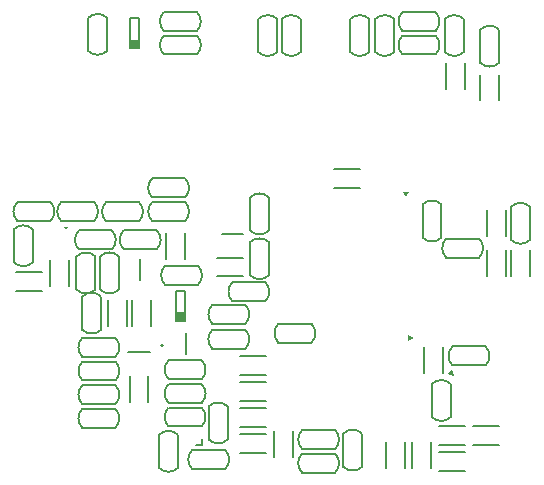
<source format=gbo>
G04*
G04 #@! TF.GenerationSoftware,Altium Limited,Altium Designer,21.6.4 (81)*
G04*
G04 Layer_Color=3326705*
%FSLAX44Y44*%
%MOMM*%
G71*
G04*
G04 #@! TF.SameCoordinates,D5C97574-E224-4ECB-8EF4-D48BC8F4BA3E*
G04*
G04*
G04 #@! TF.FilePolarity,Positive*
G04*
G01*
G75*
%ADD10C,0.1500*%
%ADD11C,0.2000*%
%ADD106R,0.8000X0.7500*%
G36*
X50000Y212000D02*
X48000Y214000D01*
X52000D01*
X50000Y212000D01*
D02*
G37*
G36*
X338000Y238950D02*
X335500Y243950D01*
X340500D01*
X338000Y238950D01*
D02*
G37*
G36*
X340000Y117000D02*
X339902Y122830D01*
X345098Y119830D01*
X340000Y117000D01*
D02*
G37*
G36*
X378500Y88000D02*
X373197Y89768D01*
X376732Y93303D01*
X378500Y88000D01*
D02*
G37*
D10*
X372000Y204000D02*
G03*
X372000Y188000I8000J-8000D01*
G01*
X400000D02*
G03*
X400000Y204000I-8000J8000D01*
G01*
X285000Y11000D02*
G03*
X301000Y11000I8000J8000D01*
G01*
Y39000D02*
G03*
X285000Y39000I-8000J-8000D01*
G01*
X250000Y22000D02*
G03*
X250000Y6000I8000J-8000D01*
G01*
X278000D02*
G03*
X278000Y22000I-8000J8000D01*
G01*
X230000Y132000D02*
G03*
X230000Y116000I8000J-8000D01*
G01*
X258000D02*
G03*
X258000Y132000I-8000J8000D01*
G01*
X250000Y42000D02*
G03*
X250000Y26000I8000J-8000D01*
G01*
X278000D02*
G03*
X278000Y42000I-8000J8000D01*
G01*
X9000Y235000D02*
G03*
X9000Y219000I8000J-8000D01*
G01*
X37000D02*
G03*
X37000Y235000I-8000J8000D01*
G01*
X376000Y81000D02*
G03*
X360000Y81000I-8000J-8000D01*
G01*
Y53000D02*
G03*
X376000Y53000I8000J8000D01*
G01*
X405352Y96774D02*
G03*
X405352Y112774I-8000J8000D01*
G01*
X377352D02*
G03*
X377352Y96774I8000J-8000D01*
G01*
X371000Y362000D02*
G03*
X387000Y362000I8000J8000D01*
G01*
Y390000D02*
G03*
X371000Y390000I-8000J-8000D01*
G01*
X312000Y362000D02*
G03*
X328000Y362000I8000J8000D01*
G01*
Y390000D02*
G03*
X312000Y390000I-8000J-8000D01*
G01*
X335000Y376000D02*
G03*
X335000Y360000I8000J-8000D01*
G01*
X363000D02*
G03*
X363000Y376000I-8000J8000D01*
G01*
Y380000D02*
G03*
X363000Y396000I-8000J8000D01*
G01*
X335000D02*
G03*
X335000Y380000I8000J-8000D01*
G01*
X291000Y362000D02*
G03*
X307000Y362000I8000J8000D01*
G01*
Y390000D02*
G03*
X291000Y390000I-8000J-8000D01*
G01*
X417000Y381000D02*
G03*
X401000Y381000I-8000J-8000D01*
G01*
Y353000D02*
G03*
X417000Y353000I8000J8000D01*
G01*
X213000Y362000D02*
G03*
X229000Y362000I8000J8000D01*
G01*
Y390000D02*
G03*
X213000Y390000I-8000J-8000D01*
G01*
X233000Y362000D02*
G03*
X249000Y362000I8000J8000D01*
G01*
Y390000D02*
G03*
X233000Y390000I-8000J-8000D01*
G01*
X99000Y211000D02*
G03*
X99000Y195000I8000J-8000D01*
G01*
X127000D02*
G03*
X127000Y211000I-8000J8000D01*
G01*
X123000Y235000D02*
G03*
X123000Y219000I8000J-8000D01*
G01*
X151000D02*
G03*
X151000Y235000I-8000J8000D01*
G01*
X123000Y255000D02*
G03*
X123000Y239000I8000J-8000D01*
G01*
X151000D02*
G03*
X151000Y255000I-8000J8000D01*
G01*
X162000Y165000D02*
G03*
X162000Y181000I-8000J8000D01*
G01*
X134000D02*
G03*
X134000Y165000I8000J-8000D01*
G01*
X59000Y161000D02*
G03*
X75000Y161000I8000J8000D01*
G01*
Y189000D02*
G03*
X59000Y189000I-8000J-8000D01*
G01*
X79000Y161000D02*
G03*
X95000Y161000I8000J8000D01*
G01*
Y189000D02*
G03*
X79000Y189000I-8000J-8000D01*
G01*
X89000Y195000D02*
G03*
X89000Y211000I-8000J8000D01*
G01*
X61000D02*
G03*
X61000Y195000I8000J-8000D01*
G01*
X6000Y184000D02*
G03*
X22000Y184000I8000J8000D01*
G01*
Y212000D02*
G03*
X6000Y212000I-8000J-8000D01*
G01*
X112000Y219000D02*
G03*
X112000Y235000I-8000J8000D01*
G01*
X84000D02*
G03*
X84000Y219000I8000J-8000D01*
G01*
X46000Y235000D02*
G03*
X46000Y219000I8000J-8000D01*
G01*
X74000D02*
G03*
X74000Y235000I-8000J8000D01*
G01*
X187000Y62000D02*
G03*
X171000Y62000I-8000J-8000D01*
G01*
Y34000D02*
G03*
X187000Y34000I8000J8000D01*
G01*
X157000Y25000D02*
G03*
X157000Y9000I8000J-8000D01*
G01*
X185000D02*
G03*
X185000Y25000I-8000J8000D01*
G01*
X145000Y38000D02*
G03*
X129000Y38000I-8000J-8000D01*
G01*
Y10000D02*
G03*
X145000Y10000I8000J8000D01*
G01*
X137000Y81000D02*
G03*
X137000Y65000I8000J-8000D01*
G01*
X165000D02*
G03*
X165000Y81000I-8000J8000D01*
G01*
X137000Y61000D02*
G03*
X137000Y45000I8000J-8000D01*
G01*
X165000D02*
G03*
X165000Y61000I-8000J8000D01*
G01*
X133000Y376000D02*
G03*
X133000Y360000I8000J-8000D01*
G01*
X161000D02*
G03*
X161000Y376000I-8000J8000D01*
G01*
X69000Y363000D02*
G03*
X85000Y363000I8000J8000D01*
G01*
Y391000D02*
G03*
X69000Y391000I-8000J-8000D01*
G01*
X161000Y380000D02*
G03*
X161000Y396000I-8000J8000D01*
G01*
X133000D02*
G03*
X133000Y380000I8000J-8000D01*
G01*
X64000Y60000D02*
G03*
X64000Y44000I8000J-8000D01*
G01*
X92000D02*
G03*
X92000Y60000I-8000J8000D01*
G01*
X64000Y80000D02*
G03*
X64000Y64000I8000J-8000D01*
G01*
X92000D02*
G03*
X92000Y80000I-8000J8000D01*
G01*
X64000Y100000D02*
G03*
X64000Y84000I8000J-8000D01*
G01*
X92000D02*
G03*
X92000Y100000I-8000J8000D01*
G01*
X64000Y120000D02*
G03*
X64000Y104000I8000J-8000D01*
G01*
X92000Y104000D02*
G03*
X92000Y120000I-8000J8000D01*
G01*
X80000Y155000D02*
G03*
X64000Y155000I-8000J-8000D01*
G01*
Y127000D02*
G03*
X80000Y127000I8000J8000D01*
G01*
X137000Y101000D02*
G03*
X137000Y85000I8000J-8000D01*
G01*
X165000D02*
G03*
X165000Y101000I-8000J8000D01*
G01*
X202000Y111000D02*
G03*
X202000Y127000I-8000J8000D01*
G01*
X174000D02*
G03*
X174000Y111000I8000J-8000D01*
G01*
X427000Y203000D02*
G03*
X443000Y203000I8000J8000D01*
G01*
Y231000D02*
G03*
X427000Y231000I-8000J-8000D01*
G01*
X202000Y132000D02*
G03*
X202000Y148000I-8000J8000D01*
G01*
X174000D02*
G03*
X174000Y132000I8000J-8000D01*
G01*
X219000Y151000D02*
G03*
X219000Y167000I-8000J8000D01*
G01*
X191000D02*
G03*
X191000Y151000I8000J-8000D01*
G01*
X222000Y239000D02*
G03*
X206000Y239000I-8000J-8000D01*
G01*
Y211000D02*
G03*
X222000Y211000I8000J8000D01*
G01*
X206000Y173000D02*
G03*
X222000Y173000I8000J8000D01*
G01*
Y201000D02*
G03*
X206000Y201000I-8000J-8000D01*
G01*
X368000Y233000D02*
G03*
X352000Y233000I-8000J-8000D01*
G01*
Y205000D02*
G03*
X368000Y205000I8000J8000D01*
G01*
X372000Y188000D02*
X400000D01*
X372000Y204000D02*
X400000D01*
X301000Y11000D02*
Y39000D01*
X285000Y11000D02*
Y39000D01*
X250000Y6000D02*
X278000D01*
X250000Y22000D02*
X278000D01*
X230000Y116000D02*
X258000D01*
X230000Y132000D02*
X258000D01*
X250000Y26000D02*
X278000D01*
X250000Y42000D02*
X278000D01*
X9000Y219000D02*
X37000D01*
X9000Y235000D02*
X37000D01*
X360000Y53000D02*
Y81000D01*
X376000Y53000D02*
Y81000D01*
X377352Y112774D02*
X405352D01*
X377352Y96774D02*
X405352D01*
X387000Y362000D02*
Y390000D01*
X371000Y362000D02*
Y390000D01*
X328000Y362000D02*
Y390000D01*
X312000Y362000D02*
Y390000D01*
X335000Y360000D02*
X363000D01*
X335000Y376000D02*
X363000D01*
X335000Y396000D02*
X363000D01*
X335000Y380000D02*
X363000D01*
X307000Y362000D02*
Y390000D01*
X291000Y362000D02*
Y390000D01*
X401000Y353000D02*
Y381000D01*
X417000Y353000D02*
Y381000D01*
X229000Y362000D02*
Y390000D01*
X213000Y362000D02*
Y390000D01*
X249000Y362000D02*
Y390000D01*
X233000Y362000D02*
Y390000D01*
X99000Y195000D02*
X127000D01*
X99000Y211000D02*
X127000D01*
X123000Y219000D02*
X151000D01*
X123000Y235000D02*
X151000D01*
X123000Y239000D02*
X151000D01*
X123000Y255000D02*
X151000D01*
X134000Y181000D02*
X162000D01*
X134000Y165000D02*
X162000D01*
X75000Y161000D02*
Y189000D01*
X59000Y161000D02*
Y189000D01*
X95000Y161000D02*
Y189000D01*
X79000Y161000D02*
Y189000D01*
X61000Y211000D02*
X89000D01*
X61000Y195000D02*
X89000D01*
X22000Y184000D02*
Y212000D01*
X6000Y184000D02*
Y212000D01*
X84000Y235000D02*
X112000D01*
X84000Y219000D02*
X112000D01*
X46000D02*
X74000D01*
X46000Y235000D02*
X74000D01*
X171000Y34000D02*
Y62000D01*
X187000Y34000D02*
Y62000D01*
X157000Y9000D02*
X185000D01*
X157000Y25000D02*
X185000D01*
X129000Y10000D02*
Y38000D01*
X145000Y10000D02*
Y38000D01*
X137000Y65000D02*
X165000D01*
X137000Y81000D02*
X165000D01*
X137000Y45000D02*
X165000D01*
X137000Y61000D02*
X165000D01*
X133000Y360000D02*
X161000D01*
X133000Y376000D02*
X161000D01*
X85000Y363000D02*
Y391000D01*
X69000Y363000D02*
Y391000D01*
X133000Y396000D02*
X161000Y396000D01*
X133000Y380000D02*
X161000Y380000D01*
X64000Y44000D02*
X92000D01*
X64000Y60000D02*
X92000Y60000D01*
X64000Y64000D02*
X92000D01*
X64000Y80000D02*
X92000D01*
X64000Y84000D02*
X92000D01*
X64000Y100000D02*
X92000D01*
X64000Y104000D02*
X92000D01*
X64000Y120000D02*
X92000Y120000D01*
X64000Y127000D02*
Y155000D01*
X80000D02*
X80000Y127000D01*
X137000Y85000D02*
X165000D01*
X137000Y101000D02*
X165000D01*
X174000Y127000D02*
X202000D01*
X174000Y111000D02*
X202000D01*
X443000Y203000D02*
Y231000D01*
X427000Y203000D02*
Y231000D01*
X174000Y148000D02*
X202000D01*
X174000Y132000D02*
X202000D01*
X191000Y167000D02*
X219000D01*
X191000Y151000D02*
X219000D01*
X206000Y211000D02*
Y239000D01*
X222000Y211000D02*
Y239000D01*
Y173000D02*
Y201000D01*
X206000Y173000D02*
Y201000D01*
X352000Y205000D02*
Y233000D01*
X368000Y205000D02*
Y233000D01*
D11*
X401000Y321000D02*
Y343000D01*
X417000Y321000D02*
Y343000D01*
X165000Y29000D02*
Y34000D01*
X160000Y29000D02*
X165000D01*
X369000Y90000D02*
Y112000D01*
X353000Y90000D02*
Y112000D01*
X197687Y104747D02*
X219687D01*
X197687Y88747D02*
X219687D01*
X197687Y82747D02*
X219687D01*
X197687Y66747D02*
X219687D01*
X321000Y10000D02*
Y32000D01*
X337000Y10000D02*
Y32000D01*
X343000Y10000D02*
Y32000D01*
X359000Y10000D02*
Y32000D01*
X366000Y7000D02*
X388000D01*
X366000Y23000D02*
X388000D01*
X366000Y45000D02*
X388000D01*
X366000Y29000D02*
X388000D01*
X395000D02*
X417000D01*
X395000Y45000D02*
X417000D01*
X197687Y60747D02*
X219687D01*
X197687Y44747D02*
X219687D01*
X197687Y38747D02*
X219687D01*
X197687Y22747D02*
X219687D01*
X226000Y19000D02*
Y41000D01*
X242000Y19000D02*
Y41000D01*
X388000Y331000D02*
Y353000D01*
X372000Y331000D02*
Y353000D01*
X8000Y176000D02*
X30000D01*
X8000Y160000D02*
X30000D01*
X37000Y164000D02*
Y186000D01*
X53000Y164000D02*
Y186000D01*
X106000Y130000D02*
Y152000D01*
X122000Y130000D02*
Y152000D01*
X102000Y130000D02*
Y152000D01*
X86000Y130000D02*
Y152000D01*
X407000Y172000D02*
Y194000D01*
X423000Y172000D02*
Y194000D01*
Y206000D02*
Y228000D01*
X407000Y206000D02*
Y228000D01*
X427000Y172000D02*
Y194000D01*
X443000Y172000D02*
Y194000D01*
X277000Y247000D02*
X299000D01*
X277000Y263000D02*
X299000D01*
X151000Y187000D02*
Y209000D01*
X135000Y187000D02*
Y209000D01*
X104000Y66000D02*
X104000Y88000D01*
X120000D02*
X120000Y66000D01*
X178000Y188000D02*
X200000D01*
X178000Y172000D02*
X200000D01*
X130687Y113747D02*
X132687D01*
X131687Y112747D02*
X132687Y113747D01*
X130687D02*
X131687Y112747D01*
X113000Y169000D02*
Y187000D01*
X103000Y108000D02*
X121000D01*
X152000Y106000D02*
Y124000D01*
X182000Y208000D02*
X200000D01*
X143000Y134500D02*
X151000D01*
Y159500D01*
X143000Y134500D02*
Y159500D01*
X151000D01*
X104000Y390500D02*
X112000D01*
X104000Y365500D02*
Y390500D01*
X112000Y365500D02*
Y390500D01*
X104000Y365500D02*
X112000D01*
D106*
X147000Y138250D02*
D03*
X108000Y369250D02*
D03*
M02*

</source>
